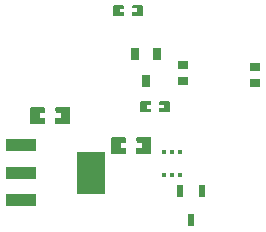
<source format=gtp>
G04 Layer: TopPasteMaskLayer*
G04 EasyEDA v6.5.44, 2024-07-31 14:11:33*
G04 0a0e6e5985404cbc94c0c78cb0e903e1,401f954c81374b6587e5d63e119e93f9,10*
G04 Gerber Generator version 0.2*
G04 Scale: 100 percent, Rotated: No, Reflected: No *
G04 Dimensions in inches *
G04 leading zeros omitted , absolute positions ,3 integer and 6 decimal *
%FSLAX36Y36*%
%MOIN*%

%AMMACRO1*21,1,$1,$2,0,0,$3*%
%ADD10R,0.0143X0.0167*%
%ADD11R,0.0984X0.0433*%
%ADD12MACRO1,0.1417X0.0921X90.0000*%
%ADD13R,0.0315X0.0394*%
%ADD14R,0.0236X0.0421*%
%ADD15R,0.0354X0.0315*%

%LPD*%
G36*
X645220Y868060D02*
G01*
X643240Y866080D01*
X643240Y857120D01*
X657820Y857120D01*
X657820Y844120D01*
X643240Y844120D01*
X643240Y834599D01*
X645220Y832620D01*
X676700Y832620D01*
X678680Y834599D01*
X678680Y866080D01*
X676700Y868060D01*
G37*
G36*
X582620Y868060D02*
G01*
X580640Y866080D01*
X580640Y834599D01*
X582620Y832620D01*
X614100Y832620D01*
X616080Y834599D01*
X616080Y843560D01*
X601520Y843560D01*
X601520Y856560D01*
X616080Y856560D01*
X616080Y866080D01*
X614100Y868060D01*
G37*
G36*
X389680Y527160D02*
G01*
X387720Y525200D01*
X387920Y508660D01*
X405240Y508660D01*
X405240Y490940D01*
X387520Y490940D01*
X387720Y474799D01*
X389680Y472840D01*
X434960Y472840D01*
X436940Y474799D01*
X436940Y525200D01*
X434960Y527160D01*
G37*
G36*
X305040Y527160D02*
G01*
X303080Y525200D01*
X303080Y474799D01*
X305040Y472840D01*
X350319Y472840D01*
X352280Y474799D01*
X352080Y490940D01*
X334760Y490940D01*
X334760Y508660D01*
X352280Y508660D01*
X352280Y525200D01*
X350319Y527160D01*
G37*
G36*
X659680Y427160D02*
G01*
X657720Y425200D01*
X657920Y408660D01*
X675240Y408660D01*
X675240Y390940D01*
X657520Y390940D01*
X657720Y374799D01*
X659680Y372840D01*
X704960Y372840D01*
X706940Y374799D01*
X706940Y425200D01*
X704960Y427160D01*
G37*
G36*
X575040Y427160D02*
G01*
X573080Y425200D01*
X573080Y374799D01*
X575040Y372840D01*
X620320Y372840D01*
X622280Y374799D01*
X622080Y390940D01*
X604760Y390940D01*
X604760Y408660D01*
X622280Y408660D01*
X622280Y425200D01*
X620320Y427160D01*
G37*
G36*
X672960Y547720D02*
G01*
X670980Y545740D01*
X670980Y514260D01*
X672960Y512280D01*
X704440Y512280D01*
X706420Y514260D01*
X706420Y523220D01*
X691860Y523220D01*
X691860Y536220D01*
X706420Y536220D01*
X706420Y545740D01*
X704440Y547720D01*
G37*
G36*
X735560Y547720D02*
G01*
X733580Y545740D01*
X733580Y536780D01*
X748160Y536780D01*
X748160Y523780D01*
X733580Y523780D01*
X733580Y514260D01*
X735560Y512280D01*
X767039Y512280D01*
X769020Y514260D01*
X769020Y545740D01*
X767039Y547720D01*
G37*
D10*
G01*
X750980Y302320D03*
G01*
X776570Y302320D03*
G01*
X802159Y302320D03*
G01*
X802159Y380080D03*
G01*
X776570Y380080D03*
G01*
X750980Y380080D03*
D11*
G01*
X273110Y400550D03*
G01*
X273110Y310000D03*
G01*
X273110Y219450D03*
D12*
G01*
X506967Y310000D03*
D13*
G01*
X652550Y705270D03*
G01*
X689950Y614720D03*
G01*
X727360Y705270D03*
D14*
G01*
X877410Y248619D03*
G01*
X802610Y248619D03*
G01*
X840010Y151380D03*
D15*
G01*
X814000Y668990D03*
G01*
X814000Y613870D03*
G01*
X1052370Y663080D03*
G01*
X1052370Y607960D03*
M02*

</source>
